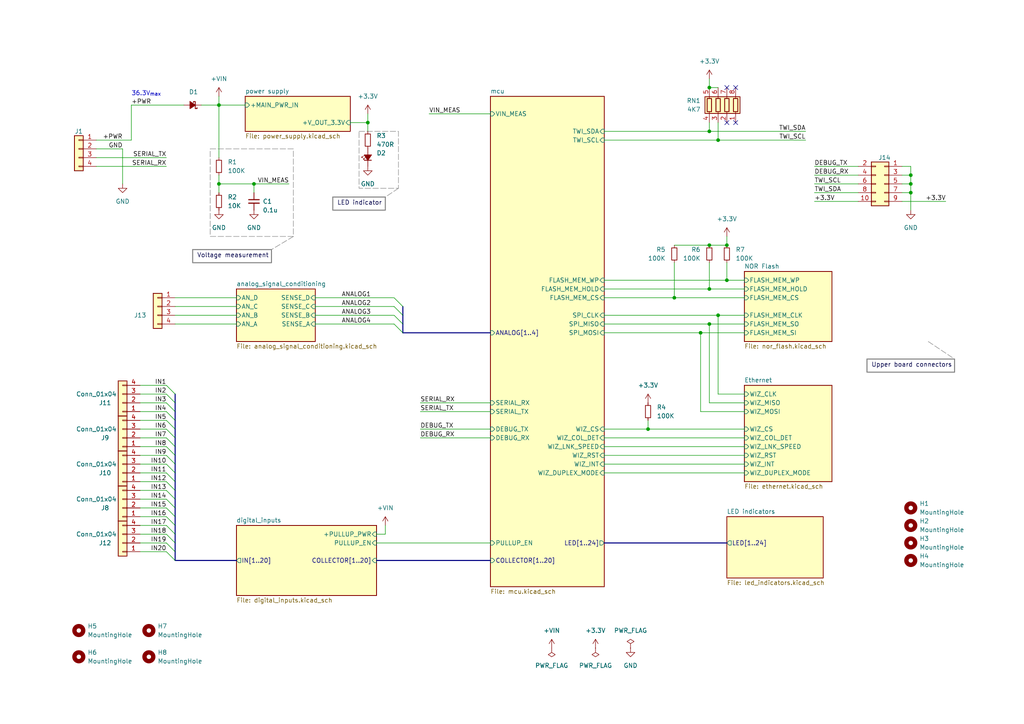
<source format=kicad_sch>
(kicad_sch (version 20230121) (generator eeschema)
  (paper "A4")
  (title_block (date "2023-06-16") (rev "R1"))
  (lib_symbols
    (symbol "Connector_Generic:Conn_01x04" (pin_names (offset 1.016) hide)
      (property "Reference" "J" (at 0 5.08 0))
      (property "Value" "Conn_01x04" (at 0 -7.62 0))
      (symbol "Conn_01x04_1_1"
        (rectangle (start -1.27 -4.953) (end 0 -5.207) (stroke (width 0.1524)))
        (rectangle (start -1.27 -2.413) (end 0 -2.667) (stroke (width 0.1524)))
        (rectangle (start -1.27 0.127) (end 0 -0.127) (stroke (width 0.1524)))
        (rectangle (start -1.27 2.667) (end 0 2.413) (stroke (width 0.1524)))
        (rectangle (start -1.27 3.81) (end 1.27 -6.35) (stroke (width 0.254)) (fill (type background)))
        (pin passive line (at -5.08 2.54 0) (length 3.81) (name "Pin_1") (number "1"))
        (pin passive line (at -5.08 0 0) (length 3.81) (name "Pin_2") (number "2"))
        (pin passive line (at -5.08 -2.54 0) (length 3.81) (name "Pin_3") (number "3"))
        (pin passive line (at -5.08 -5.08 0) (length 3.81) (name "Pin_4") (number "4"))
      )
    )
    (symbol "Connector_Generic:Conn_02x05_Odd_Even" (pin_names (offset 1.016) hide)
      (property "Reference" "J" (at 1.27 7.62 0))
      (property "Value" "Conn_02x05_Odd_Even" (at 1.27 -7.62 0))
      (symbol "Conn_02x05_Odd_Even_1_1"
        (rectangle (start -1.27 -4.953) (end 0 -5.207) (stroke (width 0.1524)))
        (rectangle (start -1.27 -2.413) (end 0 -2.667) (stroke (width 0.1524)))
        (rectangle (start -1.27 0.127) (end 0 -0.127) (stroke (width 0.1524)))
        (rectangle (start -1.27 2.667) (end 0 2.413) (stroke (width 0.1524)))
        (rectangle (start -1.27 5.207) (end 0 4.953) (stroke (width 0.1524)))
        (rectangle (start -1.27 6.35) (end 3.81 -6.35) (stroke (width 0.254)) (fill (type background)))
        (rectangle (start 3.81 -4.953) (end 2.54 -5.207) (stroke (width 0.1524)))
        (rectangle (start 3.81 -2.413) (end 2.54 -2.667) (stroke (width 0.1524)))
        (rectangle (start 3.81 0.127) (end 2.54 -0.127) (stroke (width 0.1524)))
        (rectangle (start 3.81 2.667) (end 2.54 2.413) (stroke (width 0.1524)))
        (rectangle (start 3.81 5.207) (end 2.54 4.953) (stroke (width 0.1524)))
        (pin passive line (at -5.08 5.08 0) (length 3.81) (name "Pin_1") (number "1"))
        (pin passive line (at 7.62 -5.08 180) (length 3.81) (name "Pin_10") (number "10"))
        (pin passive line (at 7.62 5.08 180) (length 3.81) (name "Pin_2") (number "2"))
        (pin passive line (at -5.08 2.54 0) (length 3.81) (name "Pin_3") (number "3"))
        (pin passive line (at 7.62 2.54 180) (length 3.81) (name "Pin_4") (number "4"))
        (pin passive line (at -5.08 0 0) (length 3.81) (name "Pin_5") (number "5"))
        (pin passive line (at 7.62 0 180) (length 3.81) (name "Pin_6") (number "6"))
        (pin passive line (at -5.08 -2.54 0) (length 3.81) (name "Pin_7") (number "7"))
        (pin passive line (at 7.62 -2.54 180) (length 3.81) (name "Pin_8") (number "8"))
        (pin passive line (at -5.08 -5.08 0) (length 3.81) (name "Pin_9") (number "9"))
      )
    )
    (symbol "Device:C_Small" (pin_numbers hide) (pin_names (offset 0.254) hide)
      (property "Reference" "C" (at 0.254 1.778 0))
      (property "Value" "C_Small" (at 0.254 -2.032 0))
      (symbol "C_Small_0_1"
        (polyline (pts (xy -1.524 -0.508) (xy 1.524 -0.508)) (stroke (width 0.3302)))
        (polyline (pts (xy -1.524 0.508) (xy 1.524 0.508)) (stroke (width 0.3048)))
      )
      (symbol "C_Small_1_1"
        (pin passive line (at 0 2.54 270) (length 2.032) (name "~") (number "1"))
        (pin passive line (at 0 -2.54 90) (length 2.032) (name "~") (number "2"))
      )
    )
    (symbol "Device:D_Schottky_Small_Filled" (pin_numbers hide) (pin_names (offset 0.254) hide)
      (property "Reference" "D" (at -1.27 2.032 0))
      (property "Value" "D_Schottky_Small_Filled" (at -7.112 -2.032 0))
      (symbol "D_Schottky_Small_Filled_0_1"
        (polyline (pts (xy -0.762 0) (xy 0.762 0)))
        (polyline (pts (xy 0.762 -1.016) (xy -0.762 0) (xy 0.762 1.016) (xy 0.762 -1.016)) (stroke (width 0.254)) (fill (type outline)))
        (polyline (pts (xy -1.27 0.762) (xy -1.27 1.016) (xy -0.762 1.016) (xy -0.762 -1.016) (xy -0.254 -1.016) (xy -0.254 -0.762)) (stroke (width 0.254)))
      )
      (symbol "D_Schottky_Small_Filled_1_1"
        (pin passive line (at -2.54 0 0) (length 1.778) (name "K") (number "1"))
        (pin passive line (at 2.54 0 180) (length 1.778) (name "A") (number "2"))
      )
    )
    (symbol "Device:LED_Small_Filled" (pin_numbers hide) (pin_names (offset 0.254) hide)
      (property "Reference" "D" (at -1.27 3.175 0))
      (property "Value" "LED_Small_Filled" (at -4.445 -2.54 0))
      (symbol "LED_Small_Filled_0_1"
        (polyline (pts (xy -0.762 -1.016) (xy -0.762 1.016)) (stroke (width 0.254)))
        (polyline (pts (xy 1.016 0) (xy -0.762 0)))
        (polyline (pts (xy 0.762 -1.016) (xy -0.762 0) (xy 0.762 1.016) (xy 0.762 -1.016)) (stroke (width 0.254)) (fill (type outline)))
        (polyline (pts (xy 0 0.762) (xy -0.508 1.27) (xy -0.254 1.27) (xy -0.508 1.27) (xy -0.508 1.016)))
        (polyline (pts (xy 0.508 1.27) (xy 0 1.778) (xy 0.254 1.778) (xy 0 1.778) (xy 0 1.524)))
      )
      (symbol "LED_Small_Filled_1_1"
        (pin passive line (at -2.54 0 0) (length 1.778) (name "K") (number "1"))
        (pin passive line (at 2.54 0 180) (length 1.778) (name "A") (number "2"))
      )
    )
    (symbol "Device:R_Pack04" (pin_names (offset 0) hide)
      (property "Reference" "RN" (at -7.62 0 90))
      (property "Value" "R_Pack04" (at 5.08 0 90))
      (symbol "R_Pack04_0_1"
        (rectangle (start -6.35 -2.413) (end 3.81 2.413) (stroke (width 0.254)) (fill (type background)))
        (rectangle (start -5.715 1.905) (end -4.445 -1.905) (stroke (width 0.254)))
        (rectangle (start -3.175 1.905) (end -1.905 -1.905) (stroke (width 0.254)))
        (rectangle (start -0.635 1.905) (end 0.635 -1.905) (stroke (width 0.254)))
        (polyline (pts (xy -5.08 -2.54) (xy -5.08 -1.905)))
        (polyline (pts (xy -5.08 1.905) (xy -5.08 2.54)))
        (polyline (pts (xy -2.54 -2.54) (xy -2.54 -1.905)))
        (polyline (pts (xy -2.54 1.905) (xy -2.54 2.54)))
        (polyline (pts (xy 0 -2.54) (xy 0 -1.905)))
        (polyline (pts (xy 0 1.905) (xy 0 2.54)))
        (polyline (pts (xy 2.54 -2.54) (xy 2.54 -1.905)))
        (polyline (pts (xy 2.54 1.905) (xy 2.54 2.54)))
        (rectangle (start 1.905 1.905) (end 3.175 -1.905) (stroke (width 0.254)))
      )
      (symbol "R_Pack04_1_1"
        (pin passive line (at -5.08 -5.08 90) (length 2.54) (name "R1.1") (number "1"))
        (pin passive line (at -2.54 -5.08 90) (length 2.54) (name "R2.1") (number "2"))
        (pin passive line (at 0 -5.08 90) (length 2.54) (name "R3.1") (number "3"))
        (pin passive line (at 2.54 -5.08 90) (length 2.54) (name "R4.1") (number "4"))
        (pin passive line (at 2.54 5.08 270) (length 2.54) (name "R4.2") (number "5"))
        (pin passive line (at 0 5.08 270) (length 2.54) (name "R3.2") (number "6"))
        (pin passive line (at -2.54 5.08 270) (length 2.54) (name "R2.2") (number "7"))
        (pin passive line (at -5.08 5.08 270) (length 2.54) (name "R1.2") (number "8"))
      )
    )
    (symbol "Device:R_Small" (pin_numbers hide) (pin_names (offset 0.254) hide)
      (property "Reference" "R" (at 0.762 0.508 0))
      (property "Value" "R_Small" (at 0.762 -1.016 0))
      (symbol "R_Small_0_1"
        (rectangle (start -0.762 1.778) (end 0.762 -1.778) (stroke (width 0.2032)))
      )
      (symbol "R_Small_1_1"
        (pin passive line (at 0 2.54 270) (length 0.762) (name "~") (number "1"))
        (pin passive line (at 0 -2.54 90) (length 0.762) (name "~") (number "2"))
      )
    )
    (symbol "Mechanical:MountingHole" (pin_names (offset 1.016))
      (property "Reference" "H" (at 0 5.08 0))
      (property "Value" "MountingHole" (at 0 3.175 0))
      (symbol "MountingHole_0_1"
        (circle (center 0 0) (radius 1.27) (stroke (width 1.27)))
      )
    )
    (symbol "My Libraries:+VIN" (power) (in_bom no) (on_board no)
      (property "Value" "+VIN" (at 0 3.81 0))
      (symbol "+VIN_0_1"
        (polyline (pts (xy 0 0) (xy 0 2.54)))
        (polyline (pts (xy 0 2.54) (xy -0.762 1.27)))
        (polyline (pts (xy 0 2.54) (xy 0.762 1.27)))
      )
      (symbol "+VIN_1_1"
        (pin power_in line (at 0 0 90) (length 0) hide (name "+VIN") (number "1"))
      )
    )
    (symbol "power:+3.3V" (power) (pin_names (offset 0))
      (property "Value" "+3.3V" (at 0 3.556 0))
      (symbol "+3.3V_0_1"
        (polyline (pts (xy -0.762 1.27) (xy 0 2.54)))
        (polyline (pts (xy 0 0) (xy 0 2.54)))
        (polyline (pts (xy 0 2.54) (xy 0.762 1.27)))
      )
      (symbol "+3.3V_1_1"
        (pin power_in line (at 0 0 90) (length 0) hide (name "+3.3V") (number "1"))
      )
    )
    (symbol "power:GND" (power) (pin_names (offset 0))
      (property "Value" "GND" (at 0 -3.81 0))
      (symbol "GND_0_1"
        (polyline (pts (xy 0 0) (xy 0 -1.27) (xy 1.27 -1.27) (xy 0 -2.54) (xy -1.27 -1.27) (xy 0 -1.27)))
      )
      (symbol "GND_1_1"
        (pin power_in line (at 0 0 270) (length 0) hide (name "GND") (number "1"))
      )
    )
    (symbol "power:PWR_FLAG" (power) (pin_numbers hide) (pin_names (offset 0) hide)
      (property "Value" "PWR_FLAG" (at 0 3.81 0))
      (symbol "PWR_FLAG_0_0"
        (pin power_out line (at 0 0 90) (length 0) (name "pwr") (number "1"))
      )
      (symbol "PWR_FLAG_0_1"
        (polyline (pts (xy 0 0) (xy 0 1.27) (xy -1.016 1.905) (xy 0 2.54) (xy 1.016 1.905) (xy 0 1.27)))
      )
    )
  )
  (junction (at 73.66 53.34))
  (junction (at 63.5 30.48))
  (junction (at 264.16 55.88))
  (junction (at 203.2 96.52))
  (junction (at 264.16 53.34))
  (junction (at 210.82 71.12))
  (junction (at 205.74 38.1))
  (junction (at 264.16 50.8))
  (junction (at 205.74 83.82))
  (junction (at 63.5 53.34))
  (junction (at 205.74 93.98))
  (junction (at 187.96 124.46))
  (junction (at 195.58 86.36))
  (junction (at 106.68 35.56))
  (junction (at 208.28 91.44))
  (junction (at 205.74 71.12))
  (junction (at 205.74 25.4))
  (junction (at 210.82 81.28))
  (junction (at 208.28 40.64))
  (no_connect (at 213.36 35.56))
  (no_connect (at 213.36 25.4))
  (no_connect (at 210.82 25.4))
  (no_connect (at 210.82 35.56))
  (bus_entry (at 48.26 137.16) (size 2.54 2.54))
  (bus_entry (at 48.26 129.54) (size 2.54 2.54))
  (bus_entry (at 48.26 134.62) (size 2.54 2.54))
  (bus_entry (at 48.26 139.7) (size 2.54 2.54))
  (bus_entry (at 48.26 132.08) (size 2.54 2.54))
  (bus_entry (at 48.26 119.38) (size 2.54 2.54))
  (bus_entry (at 114.3 88.9) (size 2.54 2.54))
  (bus_entry (at 48.26 142.24) (size 2.54 2.54))
  (bus_entry (at 114.3 91.44) (size 2.54 2.54))
  (bus_entry (at 48.26 147.32) (size 2.54 2.54))
  (bus_entry (at 48.26 111.76) (size 2.54 2.54))
  (bus_entry (at 48.26 116.84) (size 2.54 2.54))
  (bus_entry (at 48.26 144.78) (size 2.54 2.54))
  (bus_entry (at 114.3 86.36) (size 2.54 2.54))
  (bus_entry (at 48.26 124.46) (size 2.54 2.54))
  (bus_entry (at 114.3 93.98) (size 2.54 2.54))
  (bus_entry (at 48.26 160.02) (size 2.54 2.54))
  (bus_entry (at 48.26 149.86) (size 2.54 2.54))
  (bus_entry (at 48.26 154.94) (size 2.54 2.54))
  (bus_entry (at 48.26 121.92) (size 2.54 2.54))
  (bus_entry (at 48.26 114.3) (size 2.54 2.54))
  (bus_entry (at 48.26 157.48) (size 2.54 2.54))
  (bus_entry (at 48.26 152.4) (size 2.54 2.54))
  (bus_entry (at 48.26 127) (size 2.54 2.54))
  (wire (pts (xy 208.28 91.44) (xy 208.28 114.3)))
  (wire (pts (xy 50.8 88.9) (xy 68.58 88.9)))
  (wire (pts (xy 203.2 96.52) (xy 203.2 119.38)))
  (wire (pts (xy 40.64 119.38) (xy 48.26 119.38)))
  (wire (pts (xy 111.76 152.4) (xy 111.76 154.94)))
  (wire (pts (xy 63.5 50.8) (xy 63.5 53.34)))
  (wire (pts (xy 40.64 114.3) (xy 48.26 114.3)))
  (wire (pts (xy 40.64 154.94) (xy 48.26 154.94)))
  (wire (pts (xy 195.58 76.2) (xy 195.58 86.36)))
  (bus (pts (xy 50.8 157.48) (xy 50.8 160.02)))
  (wire (pts (xy 40.64 116.84) (xy 48.26 116.84)))
  (wire (pts (xy 40.64 149.86) (xy 48.26 149.86)))
  (wire (pts (xy 50.8 93.98) (xy 68.58 93.98)))
  (wire (pts (xy 40.64 134.62) (xy 48.26 134.62)))
  (wire (pts (xy 210.82 68.58) (xy 210.82 71.12)))
  (bus (pts (xy 50.8 137.16) (xy 50.8 139.7)))
  (wire (pts (xy 40.64 139.7) (xy 48.26 139.7)))
  (wire (pts (xy 175.26 132.08) (xy 215.9 132.08)))
  (wire (pts (xy 264.16 53.34) (xy 264.16 50.8)))
  (wire (pts (xy 205.74 38.1) (xy 233.68 38.1)))
  (wire (pts (xy 38.1 30.48) (xy 53.34 30.48)))
  (wire (pts (xy 124.46 33.02) (xy 142.24 33.02)))
  (wire (pts (xy 40.64 137.16) (xy 48.26 137.16)))
  (bus (pts (xy 50.8 134.62) (xy 50.8 137.16)))
  (wire (pts (xy 261.62 58.42) (xy 274.32 58.42)))
  (wire (pts (xy 195.58 86.36) (xy 215.9 86.36)))
  (wire (pts (xy 40.64 132.08) (xy 48.26 132.08)))
  (polyline (pts (xy 85.09 68.58) (xy 78.74 72.39)) (stroke (width 0.15) (type dash) (color 132 132 132 1)))
  (polyline (pts (xy 115.57 54.61) (xy 111.76 57.15)) (stroke (width 0.15) (type dash) (color 132 132 132 1)))
  (wire (pts (xy 208.28 91.44) (xy 215.9 91.44)))
  (wire (pts (xy 121.92 127) (xy 142.24 127)))
  (wire (pts (xy 205.74 22.86) (xy 205.74 25.4)))
  (wire (pts (xy 58.42 30.48) (xy 63.5 30.48)))
  (bus (pts (xy 50.8 147.32) (xy 50.8 149.86)))
  (wire (pts (xy 50.8 91.44) (xy 68.58 91.44)))
  (wire (pts (xy 208.28 40.64) (xy 208.28 35.56)))
  (bus (pts (xy 50.8 124.46) (xy 50.8 127)))
  (bus (pts (xy 50.8 121.92) (xy 50.8 124.46)))
  (bus (pts (xy 50.8 114.3) (xy 50.8 116.84)))
  (wire (pts (xy 63.5 30.48) (xy 71.12 30.48)))
  (bus (pts (xy 116.84 96.52) (xy 116.84 93.98)))
  (wire (pts (xy 175.26 86.36) (xy 195.58 86.36)))
  (wire (pts (xy 50.8 86.36) (xy 68.58 86.36)))
  (wire (pts (xy 40.64 124.46) (xy 48.26 124.46)))
  (wire (pts (xy 215.9 116.84) (xy 205.74 116.84)))
  (wire (pts (xy 236.22 50.8) (xy 248.92 50.8)))
  (wire (pts (xy 27.94 48.26) (xy 48.26 48.26)))
  (wire (pts (xy 175.26 134.62) (xy 215.9 134.62)))
  (wire (pts (xy 63.5 53.34) (xy 73.66 53.34)))
  (bus (pts (xy 175.26 157.48) (xy 210.82 157.48)))
  (wire (pts (xy 121.92 124.46) (xy 142.24 124.46)))
  (bus (pts (xy 50.8 154.94) (xy 50.8 157.48)))
  (wire (pts (xy 264.16 55.88) (xy 264.16 53.34)))
  (bus (pts (xy 50.8 132.08) (xy 50.8 134.62)))
  (wire (pts (xy 175.26 137.16) (xy 215.9 137.16)))
  (wire (pts (xy 40.64 144.78) (xy 48.26 144.78)))
  (wire (pts (xy 40.64 160.02) (xy 48.26 160.02)))
  (wire (pts (xy 236.22 55.88) (xy 248.92 55.88)))
  (wire (pts (xy 106.68 35.56) (xy 106.68 38.1)))
  (bus (pts (xy 116.84 91.44) (xy 116.84 93.98)))
  (wire (pts (xy 175.26 81.28) (xy 210.82 81.28)))
  (bus (pts (xy 50.8 160.02) (xy 50.8 162.56)))
  (wire (pts (xy 187.96 121.92) (xy 187.96 124.46)))
  (wire (pts (xy 195.58 71.12) (xy 205.74 71.12)))
  (wire (pts (xy 63.5 45.72) (xy 63.5 30.48)))
  (wire (pts (xy 215.9 119.38) (xy 203.2 119.38)))
  (wire (pts (xy 40.64 129.54) (xy 48.26 129.54)))
  (bus (pts (xy 50.8 127) (xy 50.8 129.54)))
  (wire (pts (xy 264.16 48.26) (xy 261.62 48.26)))
  (wire (pts (xy 109.22 157.48) (xy 142.24 157.48)))
  (wire (pts (xy 40.64 142.24) (xy 48.26 142.24)))
  (wire (pts (xy 175.26 40.64) (xy 208.28 40.64)))
  (wire (pts (xy 236.22 53.34) (xy 248.92 53.34)))
  (wire (pts (xy 208.28 40.64) (xy 233.68 40.64)))
  (wire (pts (xy 264.16 50.8) (xy 264.16 48.26)))
  (wire (pts (xy 210.82 76.2) (xy 210.82 81.28)))
  (wire (pts (xy 261.62 53.34) (xy 264.16 53.34)))
  (wire (pts (xy 175.26 38.1) (xy 205.74 38.1)))
  (wire (pts (xy 205.74 93.98) (xy 215.9 93.98)))
  (wire (pts (xy 175.26 124.46) (xy 187.96 124.46)))
  (wire (pts (xy 203.2 96.52) (xy 215.9 96.52)))
  (wire (pts (xy 35.56 43.18) (xy 35.56 53.34)))
  (wire (pts (xy 27.94 43.18) (xy 35.56 43.18)))
  (wire (pts (xy 175.26 129.54) (xy 215.9 129.54)))
  (bus (pts (xy 50.8 152.4) (xy 50.8 154.94)))
  (wire (pts (xy 63.5 53.34) (xy 63.5 55.88)))
  (bus (pts (xy 50.8 144.78) (xy 50.8 147.32)))
  (polyline (pts (xy 269.24 99.06) (xy 276.86 104.14)) (stroke (width 0.15) (type dash) (color 132 132 132 1)))
  (bus (pts (xy 109.22 162.56) (xy 142.24 162.56)))
  (wire (pts (xy 91.44 86.36) (xy 114.3 86.36)))
  (wire (pts (xy 73.66 53.34) (xy 83.82 53.34)))
  (wire (pts (xy 175.26 91.44) (xy 208.28 91.44)))
  (wire (pts (xy 205.74 71.12) (xy 210.82 71.12)))
  (wire (pts (xy 73.66 55.88) (xy 73.66 53.34)))
  (bus (pts (xy 116.84 91.44) (xy 116.84 88.9)))
  (wire (pts (xy 175.26 93.98) (xy 205.74 93.98)))
  (wire (pts (xy 187.96 124.46) (xy 215.9 124.46)))
  (wire (pts (xy 121.92 116.84) (xy 142.24 116.84)))
  (wire (pts (xy 38.1 30.48) (xy 38.1 40.64)))
  (bus (pts (xy 50.8 149.86) (xy 50.8 152.4)))
  (wire (pts (xy 175.26 96.52) (xy 203.2 96.52)))
  (bus (pts (xy 50.8 119.38) (xy 50.8 121.92)))
  (wire (pts (xy 236.22 48.26) (xy 248.92 48.26)))
  (bus (pts (xy 50.8 139.7) (xy 50.8 142.24)))
  (wire (pts (xy 91.44 91.44) (xy 114.3 91.44)))
  (wire (pts (xy 175.26 127) (xy 215.9 127)))
  (wire (pts (xy 101.6 35.56) (xy 106.68 35.56)))
  (wire (pts (xy 261.62 50.8) (xy 264.16 50.8)))
  (bus (pts (xy 50.8 116.84) (xy 50.8 119.38)))
  (wire (pts (xy 63.5 27.94) (xy 63.5 30.48)))
  (wire (pts (xy 106.68 33.02) (xy 106.68 35.56)))
  (wire (pts (xy 210.82 81.28) (xy 215.9 81.28)))
  (wire (pts (xy 40.64 127) (xy 48.26 127)))
  (wire (pts (xy 205.74 76.2) (xy 205.74 83.82)))
  (wire (pts (xy 205.74 38.1) (xy 205.74 35.56)))
  (wire (pts (xy 111.76 154.94) (xy 109.22 154.94)))
  (bus (pts (xy 142.24 96.52) (xy 116.84 96.52)))
  (wire (pts (xy 236.22 58.42) (xy 248.92 58.42)))
  (wire (pts (xy 175.26 83.82) (xy 205.74 83.82)))
  (wire (pts (xy 40.64 111.76) (xy 48.26 111.76)))
  (wire (pts (xy 40.64 157.48) (xy 48.26 157.48)))
  (bus (pts (xy 50.8 129.54) (xy 50.8 132.08)))
  (wire (pts (xy 208.28 25.4) (xy 205.74 25.4)))
  (wire (pts (xy 27.94 40.64) (xy 38.1 40.64)))
  (wire (pts (xy 261.62 55.88) (xy 264.16 55.88)))
  (wire (pts (xy 91.44 93.98) (xy 114.3 93.98)))
  (wire (pts (xy 27.94 45.72) (xy 48.26 45.72)))
  (bus (pts (xy 68.58 162.56) (xy 50.8 162.56)))
  (wire (pts (xy 40.64 147.32) (xy 48.26 147.32)))
  (wire (pts (xy 205.74 93.98) (xy 205.74 116.84)))
  (wire (pts (xy 215.9 114.3) (xy 208.28 114.3)))
  (bus (pts (xy 50.8 142.24) (xy 50.8 144.78)))
  (wire (pts (xy 40.64 121.92) (xy 48.26 121.92)))
  (wire (pts (xy 205.74 83.82) (xy 215.9 83.82)))
  (wire (pts (xy 40.64 152.4) (xy 48.26 152.4)))
  (wire (pts (xy 91.44 88.9) (xy 114.3 88.9)))
  (wire (pts (xy 264.16 60.96) (xy 264.16 55.88)))
  (wire (pts (xy 121.92 119.38) (xy 142.24 119.38)))
  (rectangle (start 96.52 57.15) (end 111.76 60.96) (stroke (width 0.3) (color 132 132 132 1)))
  (rectangle (start 55.88 72.39) (end 78.74 76.2) (stroke (width 0.3) (color 132 132 132 1)))
  (rectangle (start 60.96 43.18) (end 85.09 68.58) (stroke (width 0.15) (type dash) (color 132 132 132 1)))
  (rectangle (start 251.46 104.14) (end 276.86 107.95) (stroke (width 0.3) (color 132 132 132 1)))
  (rectangle (start 104.14 38.1) (end 115.57 54.61) (stroke (width 0.15) (type dash) (color 132 132 132 1)))
  (text "36.3V_{max}" (at 38.1 27.94 0) (effects (font (size 1.27 1.27)) (justify left bottom)))
  (text "Voltage measurement" (at 57.15 74.93 0) (effects (font (size 1.27 1.27)) (justify left bottom)))
  (text "Upper board connectors" (at 252.73 106.68 0) (effects (font (size 1.27 1.27)) (justify left bottom)))
  (text "LED indicator" (at 97.79 59.69 0) (effects (font (size 1.27 1.27)) (justify left bottom)))
  (label "IN10" (at 48.26 134.62 180))
  (label "SERIAL_RX" (at 48.26 48.26 180))
  (label "IN16" (at 48.26 149.86 180))
  (label "ANALOG3" (at 99.06 91.44 0))
  (label "IN11" (at 48.26 137.16 180))
  (label "IN15" (at 48.26 147.32 180))
  (label "IN7" (at 48.26 127 180))
  (label "VIN_MEAS" (at 83.82 53.34 180))
  (label "TWI_SDA" (at 236.22 55.88 0))
  (label "IN4" (at 48.26 119.38 180))
  (label "GND" (at 35.56 43.18 180))
  (label "ANALOG2" (at 99.06 88.9 0))
  (label "DEBUG_TX" (at 236.22 48.26 0))
  (label "IN20" (at 48.26 160.02 180))
  (label "IN9" (at 48.26 132.08 180))
  (label "IN19" (at 48.26 157.48 180))
  (label "TWI_SDA" (at 233.68 38.1 180))
  (label "ANALOG4" (at 99.06 93.98 0))
  (label "+3.3V" (at 274.32 58.42 180))
  (label "IN1" (at 48.26 111.76 180))
  (label "TWI_SCL" (at 236.22 53.34 0))
  (label "IN3" (at 48.26 116.84 180))
  (label "IN5" (at 48.26 121.92 180))
  (label "ANALOG1" (at 99.06 86.36 0))
  (label "IN2" (at 48.26 114.3 180))
  (label "IN13" (at 48.26 142.24 180))
  (label "IN8" (at 48.26 129.54 180))
  (label "DEBUG_RX" (at 236.22 50.8 0))
  (label "SERIAL_TX" (at 121.92 119.38 0))
  (label "IN6" (at 48.26 124.46 180))
  (label "SERIAL_TX" (at 48.26 45.72 180))
  (label "+3.3V" (at 236.22 58.42 0))
  (label "SERIAL_RX" (at 121.92 116.84 0))
  (label "IN17" (at 48.26 152.4 180))
  (label "DEBUG_RX" (at 121.92 127 0))
  (label "IN14" (at 48.26 144.78 180))
  (label "IN18" (at 48.26 154.94 180))
  (label "VIN_MEAS" (at 124.46 33.02 0))
  (label "IN12" (at 48.26 139.7 180))
  (label "TWI_SCL" (at 233.68 40.64 180))
  (label "DEBUG_TX" (at 121.92 124.46 0))
  (label "+PWR" (at 35.56 40.64 180))
  (label "+PWR" (at 38.1 30.48 0))
  (symbol (lib_id "power:GND") (at 63.5 60.96 0) (unit 1)
    (property "Reference" "#PWR03" (effects hide))
    (property "Value" "GND" (at 63.5 66.04 0))
  )
  (symbol (lib_id "power:+3.3V") (at 172.72 187.96 0) (unit 1)
    (property "Reference" "#PWR09" (effects hide))
    (property "Value" "+3.3V" (at 172.72 182.88 0))
  )
  (symbol (lib_id "Connector_Generic:Conn_02x05_Odd_Even") (at 256.54 53.34 0) (mirror y) (unit 1)
    (property "Reference" "J14" (at 256.54 45.72 0))
    (property "Footprint" "Connector_PinHeader_2.54mm:PinHeader_2x05_P2.54mm_Vertical" (effects hide))
  )
  (symbol (lib_id "Device:LED_Small_Filled") (at 106.68 45.72 90) (unit 1)
    (property "Reference" "D2" (at 109.22 44.3865 90) (effects (justify right)))
    (property "Value" "LED_Small_Filled" (effects hide))
    (property "Footprint" "LED_SMD:LED_0603_1608Metric" (effects hide))
  )
  (symbol (lib_id "Device:R_Small") (at 63.5 58.42 0) (unit 1)
    (property "Reference" "R2" (at 66.04 57.15 0) (effects (justify left)))
    (property "Value" "10K" (at 66.04 59.69 0) (effects (justify left)))
    (property "Footprint" "Resistor_SMD:R_0603_1608Metric" (effects hide))
  )
  (symbol (lib_id "power:PWR_FLAG") (at 182.88 187.96 0) (unit 1)
    (property "Reference" "#FLG02" (effects hide))
    (property "Value" "PWR_FLAG" (at 182.88 182.88 0))
  )
  (symbol (lib_id "Connector_Generic:Conn_01x04") (at 35.56 116.84 180) (unit 1)
    (property "Reference" "J11" (at 30.48 116.84 0))
    (property "Value" "Conn_01x04" (at 27.94 114.3 0))
    (property "Footprint" "My Footprints:TerminalBlock_IMO_203001M-4" (effects hide))
  )
  (symbol (lib_id "Connector_Generic:Conn_01x04") (at 35.56 147.32 180) (unit 1)
    (property "Reference" "J8" (at 30.48 147.32 0))
    (property "Value" "Conn_01x04" (at 27.94 144.78 0))
    (property "Footprint" "My Footprints:TerminalBlock_IMO_203001M-4" (effects hide))
  )
  (symbol (lib_id "power:PWR_FLAG") (at 160.02 187.96 180) (unit 1)
    (property "Reference" "#FLG03" (effects hide))
    (property "Value" "PWR_FLAG" (at 160.02 193.04 0))
  )
  (symbol (lib_id "Device:R_Small") (at 210.82 73.66 0) (unit 1)
    (property "Reference" "R7" (at 213.36 72.39 0) (effects (justify left)))
    (property "Value" "100K" (at 213.36 74.93 0) (effects (justify left)))
    (property "Footprint" "Resistor_SMD:R_0603_1608Metric" (effects hide))
  )
  (symbol (lib_id "Mechanical:MountingHole") (at 22.86 190.5 0) (unit 1)
    (property "Reference" "H6" (at 25.4 189.23 0) (effects (justify left)))
    (property "Value" "MountingHole" (at 25.4 191.77 0) (effects (justify left)))
    (property "Footprint" "MountingHole:MountingHole_3.2mm_M3_DIN965" (effects hide))
  )
  (symbol (lib_id "power:GND") (at 182.88 187.96 0) (unit 1)
    (property "Reference" "#PWR010" (effects hide))
    (property "Value" "GND" (at 182.88 193.04 0))
  )
  (symbol (lib_id "power:+3.3V") (at 187.96 116.84 0) (unit 1)
    (property "Reference" "#PWR011" (effects hide))
    (property "Value" "+3.3V" (at 187.96 111.76 0))
  )
  (symbol (lib_id "power:+3.3V") (at 106.68 33.02 0) (unit 1)
    (property "Reference" "#PWR05" (effects hide))
    (property "Value" "+3.3V" (at 106.68 27.94 0))
  )
  (symbol (lib_id "Connector_Generic:Conn_01x04") (at 45.72 88.9 0) (mirror y) (unit 1)
    (property "Reference" "J13" (at 40.64 91.44 0))
    (property "Value" "Conn_01x04" (effects hide))
    (property "Footprint" "My Footprints:TerminalBlock_IMO_203001M-4" (effects hide))
  )
  (symbol (lib_id "power:GND") (at 35.56 53.34 0) (unit 1)
    (property "Reference" "#PWR01" (effects hide))
    (property "Value" "GND" (at 35.56 58.42 0))
  )
  (symbol (lib_id "Mechanical:MountingHole") (at 43.18 182.88 0) (unit 1)
    (property "Reference" "H7" (at 45.72 181.61 0) (effects (justify left)))
    (property "Value" "MountingHole" (at 45.72 184.15 0) (effects (justify left)))
    (property "Footprint" "MountingHole:MountingHole_3.2mm_M3_DIN965" (effects hide))
  )
  (symbol (lib_id "Mechanical:MountingHole") (at 43.18 190.5 0) (unit 1)
    (property "Reference" "H8" (at 45.72 189.23 0) (effects (justify left)))
    (property "Value" "MountingHole" (at 45.72 191.77 0) (effects (justify left)))
    (property "Footprint" "MountingHole:MountingHole_3.2mm_M3_DIN965" (effects hide))
  )
  (symbol (lib_id "Device:R_Small") (at 205.74 73.66 0) (mirror y) (unit 1)
    (property "Reference" "R6" (at 203.2 72.39 0) (effects (justify left)))
    (property "Value" "100K" (at 203.2 74.93 0) (effects (justify left)))
    (property "Footprint" "Resistor_SMD:R_0603_1608Metric" (effects hide))
  )
  (symbol (lib_id "power:+3.3V") (at 210.82 68.58 0) (unit 1)
    (property "Reference" "#PWR012" (effects hide))
    (property "Value" "+3.3V" (at 210.82 63.5 0))
  )
  (symbol (lib_id "Connector_Generic:Conn_01x04") (at 22.86 43.18 0) (mirror y) (unit 1)
    (property "Reference" "J1" (at 22.86 38.1 0))
    (property "Value" "Conn_01x04" (effects hide))
    (property "Footprint" "My Footprints:TerminalBlock_IMO_203001M-4" (effects hide))
  )
  (symbol (lib_id "Device:D_Schottky_Small_Filled") (at 55.88 30.48 180) (unit 1)
    (property "Reference" "D1" (at 56.134 26.67 0))
    (property "Value" "SBR3U60P1Q-7" (effects hide))
    (property "Footprint" "Diode_SMD:D_PowerDI-123" (effects hide))
    (property "PartkeeprID" "43" (effects hide))
  )
  (symbol (lib_id "Device:R_Small") (at 63.5 48.26 0) (unit 1)
    (property "Reference" "R1" (at 66.04 46.99 0) (effects (justify left)))
    (property "Value" "100K" (at 66.04 49.53 0) (effects (justify left)))
    (property "Footprint" "Resistor_SMD:R_0603_1608Metric" (effects hide))
  )
  (symbol (lib_id "Device:R_Small") (at 106.68 40.64 180) (unit 1)
    (property "Reference" "R3" (at 109.22 39.37 0) (effects (justify right)))
    (property "Value" "470R" (at 109.22 41.91 0) (effects (justify right)))
    (property "Footprint" "Resistor_SMD:R_0603_1608Metric" (effects hide))
  )
  (symbol (lib_id "power:GND") (at 106.68 48.26 0) (unit 1)
    (property "Reference" "#PWR06" (effects hide))
    (property "Value" "GND" (at 106.68 53.34 0))
  )
  (symbol (lib_id "My Libraries:+VIN") (at 111.76 152.4 0) (unit 1) (in_bom no) (on_board no)
    (property "Reference" "#PWR08" (effects hide))
    (property "Value" "+VIN" (at 111.76 147.32 0))
  )
  (symbol (lib_id "Connector_Generic:Conn_01x04") (at 35.56 137.16 180) (unit 1)
    (property "Reference" "J10" (at 30.48 137.16 0))
    (property "Value" "Conn_01x04" (at 27.94 134.62 0))
    (property "Footprint" "My Footprints:TerminalBlock_IMO_203001M-4" (effects hide))
  )
  (symbol (lib_id "Mechanical:MountingHole") (at 264.16 157.48 0) (unit 1)
    (property "Reference" "H3" (at 266.7 156.21 0) (effects (justify left)))
    (property "Value" "MountingHole" (at 266.7 158.75 0) (effects (justify left)))
    (property "Footprint" "MountingHole:MountingHole_4.3mm_M4" (effects hide))
  )
  (symbol (lib_id "power:PWR_FLAG") (at 172.72 187.96 180) (unit 1)
    (property "Reference" "#FLG01" (effects hide))
    (property "Value" "PWR_FLAG" (at 172.72 193.04 0))
  )
  (symbol (lib_id "Device:R_Small") (at 195.58 73.66 0) (mirror y) (unit 1)
    (property "Reference" "R5" (at 193.04 72.39 0) (effects (justify left)))
    (property "Value" "100K" (at 193.04 74.93 0) (effects (justify left)))
    (property "Footprint" "Resistor_SMD:R_0603_1608Metric" (effects hide))
  )
  (symbol (lib_id "Mechanical:MountingHole") (at 264.16 162.56 0) (unit 1)
    (property "Reference" "H4" (at 266.7 161.29 0) (effects (justify left)))
    (property "Value" "MountingHole" (at 266.7 163.83 0) (effects (justify left)))
    (property "Footprint" "MountingHole:MountingHole_4.3mm_M4" (effects hide))
  )
  (symbol (lib_id "Mechanical:MountingHole") (at 264.16 147.32 0) (unit 1)
    (property "Reference" "H1" (at 266.7 146.05 0) (effects (justify left)))
    (property "Value" "MountingHole" (at 266.7 148.59 0) (effects (justify left)))
    (property "Footprint" "MountingHole:MountingHole_4.3mm_M4" (effects hide))
  )
  (symbol (lib_id "power:GND") (at 73.66 60.96 0) (unit 1)
    (property "Reference" "#PWR04" (effects hide))
    (property "Value" "GND" (at 73.66 66.04 0))
  )
  (symbol (lib_id "Device:C_Small") (at 73.66 58.42 0) (unit 1)
    (property "Reference" "C1" (at 76.2 58.42 0) (effects (justify left)))
    (property "Value" "0.1u" (at 76.2 60.96 0) (effects (justify left)))
    (property "Footprint" "Capacitor_SMD:C_0603_1608Metric" (effects hide))
    (property "PartkeeprID" "50" (effects hide))
  )
  (symbol (lib_id "My Libraries:+VIN") (at 63.5 27.94 0) (unit 1) (in_bom no) (on_board no)
    (property "Reference" "#PWR02" (effects hide))
    (property "Value" "+VIN" (at 63.5 22.86 0))
  )
  (symbol (lib_id "My Libraries:+VIN") (at 160.02 187.96 0) (unit 1) (in_bom no) (on_board no)
    (property "Reference" "#PWR015" (effects hide))
    (property "Value" "+VIN" (at 160.02 182.88 0))
  )
  (symbol (lib_id "Connector_Generic:Conn_01x04") (at 35.56 157.48 180) (unit 1)
    (property "Reference" "J12" (at 30.48 157.48 0))
    (property "Value" "Conn_01x04" (at 27.94 154.94 0))
    (property "Footprint" "My Footprints:TerminalBlock_IMO_203001M-4" (effects hide))
  )
  (symbol (lib_id "Device:R_Small") (at 187.96 119.38 0) (unit 1)
    (property "Reference" "R4" (at 190.5 118.11 0) (effects (justify left)))
    (property "Value" "100K" (at 190.5 120.65 0) (effects (justify left)))
    (property "Footprint" "Resistor_SMD:R_0603_1608Metric" (effects hide))
  )
  (symbol (lib_id "Mechanical:MountingHole") (at 22.86 182.88 0) (unit 1)
    (property "Reference" "H5" (at 25.4 181.61 0) (effects (justify left)))
    (property "Value" "MountingHole" (at 25.4 184.15 0) (effects (justify left)))
    (property "Footprint" "MountingHole:MountingHole_3.2mm_M3_DIN965" (effects hide))
  )
  (symbol (lib_id "Connector_Generic:Conn_01x04") (at 35.56 127 180) (unit 1)
    (property "Reference" "J9" (at 30.48 127 0))
    (property "Value" "Conn_01x04" (at 27.94 124.46 0))
    (property "Footprint" "My Footprints:TerminalBlock_IMO_203001M-4" (effects hide))
  )
  (symbol (lib_id "power:+3.3V") (at 205.74 22.86 0) (mirror y) (unit 1)
    (property "Reference" "#PWR013" (effects hide))
    (property "Value" "+3.3V" (at 205.74 17.78 0))
  )
  (symbol (lib_id "Device:R_Pack04") (at 208.28 30.48 0) (mirror y) (unit 1)
    (property "Reference" "RN1" (at 203.2 29.21 0) (effects (justify left)))
    (property "Value" "4K7" (at 203.2 31.75 0) (effects (justify left)))
    (property "Footprint" "Resistor_SMD:R_Array_Concave_4x0603" (effects hide))
  )
  (symbol (lib_id "Mechanical:MountingHole") (at 264.16 152.4 0) (unit 1)
    (property "Reference" "H2" (at 266.7 151.13 0) (effects (justify left)))
    (property "Value" "MountingHole" (at 266.7 153.67 0) (effects (justify left)))
    (property "Footprint" "MountingHole:MountingHole_4.3mm_M4" (effects hide))
  )
  (symbol (lib_id "power:GND") (at 264.16 60.96 0) (mirror y) (unit 1)
    (property "Reference" "#PWR014" (effects hide))
    (property "Value" "GND" (at 264.16 66.04 0))
  )
  (sheet (at 215.9 78.74) (size 25.4 20.32) (stroke (width 0.254)) (fill (color 255 255 194 1.0000))
    (property "Sheetname" "NOR Flash" (at 215.9 77.9776 0) (effects (justify left bottom)))
    (property "Sheetfile" "nor_flash.kicad_sch" (at 215.9 99.6954 0) (effects (justify left top)))
    (pin "FLASH_MEM_SO" input (at 215.9 93.98 180))
    (pin "FLASH_MEM_CLK" input (at 215.9 91.44 180))
    (pin "FLASH_MEM_CS" input (at 215.9 86.36 180))
    (pin "FLASH_MEM_WP" input (at 215.9 81.28 180))
    (pin "FLASH_MEM_HOLD" input (at 215.9 83.82 180))
    (pin "FLASH_MEM_SI" input (at 215.9 96.52 180))
  )
  (sheet (at 142.24 27.94) (size 33.02 142.24) (stroke (width 0.254)) (fill (color 255 255 194 1.0000))
    (property "Sheetname" "mcu" (at 142.24 27.1776 0) (effects (justify left bottom)))
    (property "Sheetfile" "mcu.kicad_sch" (at 142.24 170.8154 0) (effects (justify left top)))
    (pin "VIN_MEAS" input (at 142.24 33.02 180))
    (pin "FLASH_MEM_WP" input (at 175.26 81.28 0))
    (pin "FLASH_MEM_HOLD" input (at 175.26 83.82 0))
    (pin "COLLECTOR[1..20]" input (at 142.24 162.56 180))
    (pin "LED[1..24]" output (at 175.26 157.48 0))
    (pin "WIZ_CS" input (at 175.26 124.46 0))
    (pin "FLASH_MEM_CS" input (at 175.26 86.36 0))
    (pin "SPI_MISO" input (at 175.26 93.98 0))
    (pin "SPI_MOSI" input (at 175.26 96.52 0))
    (pin "SPI_CLK" input (at 175.26 91.44 0))
    (pin "PULLUP_EN" input (at 142.24 157.48 180))
    (pin "WIZ_INT" input (at 175.26 134.62 0))
    (pin "WIZ_RST" input (at 175.26 132.08 0))
    (pin "SERIAL_RX" input (at 142.24 116.84 180))
    (pin "SERIAL_TX" input (at 142.24 119.38 180))
    (pin "TWI_SCL" input (at 175.26 40.64 0))
    (pin "TWI_SDA" input (at 175.26 38.1 0))
    (pin "WIZ_COL_DET" input (at 175.26 127 0))
    (pin "WIZ_DUPLEX_MODE" input (at 175.26 137.16 0))
    (pin "WIZ_LNK_SPEED" input (at 175.26 129.54 0))
    (pin "DEBUG_TX" input (at 142.24 124.46 180))
    (pin "DEBUG_RX" input (at 142.24 127 180))
    (pin "ANALOG[1..4]" input (at 142.24 96.52 180))
  )
  (sheet (at 68.58 83.82) (size 22.86 15.24) (stroke (width 0.254)) (fill (color 255 255 194 1.0000))
    (property "Sheetname" "analog_signal_conditioning" (at 68.58 83.0576 0) (effects (justify left bottom)))
    (property "Sheetfile" "analog_signal_conditioning.kicad_sch" (at 68.58 99.6954 0) (effects (justify left top)))
    (pin "AN_A" input (at 68.58 93.98 180))
    (pin "AN_D" input (at 68.58 86.36 180))
    (pin "AN_C" input (at 68.58 88.9 180))
    (pin "AN_B" input (at 68.58 91.44 180))
    (pin "SENSE_B" input (at 91.44 91.44 0))
    (pin "SENSE_C" input (at 91.44 88.9 0))
    (pin "SENSE_A" input (at 91.44 93.98 0))
    (pin "SENSE_D" input (at 91.44 86.36 0))
  )
  (sheet (at 210.82 149.86) (size 27.94 17.78) (stroke (width 0.254)) (fill (color 255 255 194 1.0000))
    (property "Sheetname" "LED indicators" (at 210.82 149.0976 0) (effects (justify left bottom)))
    (property "Sheetfile" "led_indicators.kicad_sch" (at 210.82 168.2754 0) (effects (justify left top)))
    (pin "LED[1..24]" output (at 210.82 157.48 180))
  )
  (sheet (at 71.12 27.94) (size 30.48 10.16) (stroke (width 0.254)) (fill (color 255 255 194 1.0000))
    (property "Sheetname" "power supply" (at 71.12 27.1776 0) (effects (justify left bottom)))
    (property "Sheetfile" "power_supply.kicad_sch" (at 71.12 38.7354 0) (effects (justify left top)))
    (pin "+V_OUT_3.3V" input (at 101.6 35.56 0))
    (pin "+MAIN_PWR_IN" input (at 71.12 30.48 180))
  )
  (sheet (at 68.58 152.4) (size 40.64 20.32) (stroke (width 0.254)) (fill (color 255 255 194 1.0000))
    (property "Sheetname" "digital_inputs" (at 68.58 151.6376 0) (effects (justify left bottom)))
    (property "Sheetfile" "digital_inputs.kicad_sch" (at 68.58 173.3554 0) (effects (justify left top)))
    (pin "PULLUP_EN" input (at 109.22 157.48 0))
    (pin "+PULLUP_PWR" input (at 109.22 154.94 0))
    (pin "COLLECTOR[1..20]" input (at 109.22 162.56 0))
    (pin "IN[1..20]" output (at 68.58 162.56 180))
  )
  (sheet (at 215.9 111.76) (size 25.4 27.94) (stroke (width 0.254)) (fill (color 255 255 194 1.0000))
    (property "Sheetname" "Ethernet" (at 215.9 110.9976 0) (effects (justify left bottom)))
    (property "Sheetfile" "ethernet.kicad_sch" (at 215.9 140.3354 0) (effects (justify left top)))
    (pin "WIZ_RST" input (at 215.9 132.08 180))
    (pin "WIZ_CLK" input (at 215.9 114.3 180))
    (pin "WIZ_MOSI" input (at 215.9 119.38 180))
    (pin "WIZ_MISO" input (at 215.9 116.84 180))
    (pin "WIZ_INT" input (at 215.9 134.62 180))
    (pin "WIZ_CS" input (at 215.9 124.46 180))
    (pin "WIZ_LNK_SPEED" input (at 215.9 129.54 180))
    (pin "WIZ_DUPLEX_MODE" input (at 215.9 137.16 180))
    (pin "WIZ_COL_DET" input (at 215.9 127 180))
  )
)
</source>
